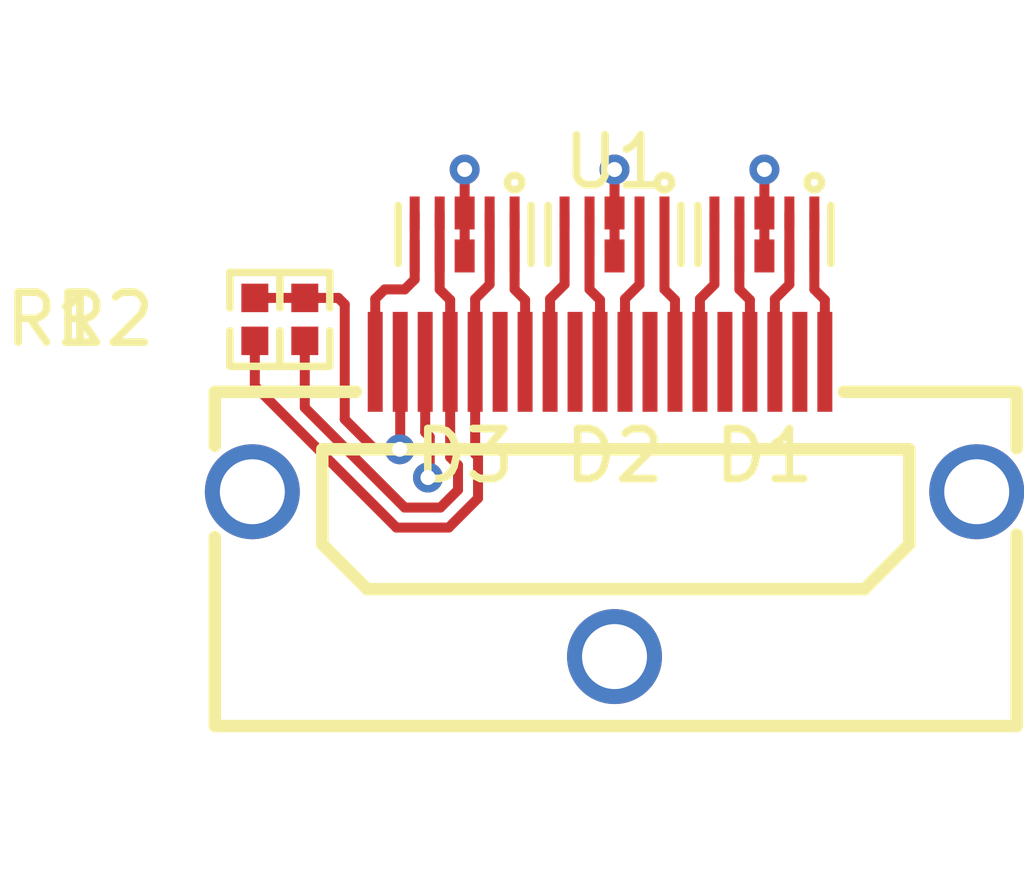
<source format=kicad_pcb>
(kicad_pcb (version 20241229) (generator "pcbnew") (generator_version "9.0")
  (layers (0 "F.Cu" signal) (2 "B.Cu" signal) (13 "F.Paste" user) (15 "B.Paste" user) (5 "F.SilkS" user "F.Silkscreen") (7 "B.SilkS" user "B.Silkscreen") (1 "F.Mask" user) (3 "B.Mask" user) (25 "Edge.Cuts" user))
  (net 0 "")
  (net 1 "gnd")
  (net 2 "ReservedN_C_")
  (net 3 "hv")
  (net 4 "TMDSData2pos")
  (net 5 "TMDSData0pos")
  (net 6 "TMDSData2neg")
  (net 7 "TMDSData0neg")
  (net 8 "TMDSData1neg")
  (net 9 "HotPlugDetect")
  (net 10 "TMDSClockpos")
  (net 11 "TMDSClockneg")
  (net 12 "TMDSData1pos")
  (net 13 "SCL")
  (net 14 "SDA")
  (net 15 "CEC")
  (footprint "Lian_Xin_Technology_XDHF_1901_0150:HDMI-SMD_XDHF-1901-0150" (layer "F.Cu") (at 10 0 0)
    (property "Reference" "U1" (at 0 -6.95 0) (layer "F.SilkS") (hide no))
    (property "Value" "")
    (fp_line (start -8 -2.35) (end -8 -1.27) (stroke (width 0.25)) (layer "F.SilkS"))
    (fp_line (start -8 0.56) (end -8 4.34) (stroke (width 0.25)) (layer "F.SilkS"))
    (fp_line (start -8 4.34) (end 8.05 4.34) (stroke (width 0.25)) (layer "F.SilkS"))
    (fp_line (start -5.85 -1.2) (end 5.9 -1.2) (stroke (width 0.25)) (layer "F.SilkS"))
    (fp_line (start -5.85 0.7) (end -5.85 -1.15) (stroke (width 0.25)) (layer "F.SilkS"))
    (fp_line (start -5.18 -2.35) (end -7.95 -2.35) (stroke (width 0.25)) (layer "F.SilkS"))
    (fp_line (start -4.95 1.6) (end -5.85 0.7) (stroke (width 0.25)) (layer "F.SilkS"))
    (fp_line (start 5 1.6) (end -4.95 1.6) (stroke (width 0.25)) (layer "F.SilkS"))
    (fp_line (start 5.9 -1.2) (end 5.9 0.7) (stroke (width 0.25)) (layer "F.SilkS"))
    (fp_line (start 5.9 0.7) (end 5 1.6) (stroke (width 0.25)) (layer "F.SilkS"))
    (fp_line (start 8.05 -2.35) (end 4.59 -2.35) (stroke (width 0.25)) (layer "F.SilkS"))
    (fp_line (start 8.05 -1.22) (end 8.05 -2.35) (stroke (width 0.25)) (layer "F.SilkS"))
    (fp_line (start 8.05 4.34) (end 8.05 0.51) (stroke (width 0.25)) (layer "F.SilkS"))
    (fp_text user "${REFERENCE}" (at 0 -6.95 0) (layer "F.SilkS"))
    (pad "1" smd rect (at 4.21 -2.95 0) (size 0.3 2) (layers "F.Cu" "F.Mask" "F.Paste") (net 4 "TMDSData2pos"))
    (pad "2" smd rect (at 3.71 -2.95 0) (size 0.3 2) (layers "F.Cu" "F.Mask" "F.Paste") (net 1 "gnd"))
    (pad "3" smd rect (at 3.21 -2.95 0) (size 0.3 2) (layers "F.Cu" "F.Mask" "F.Paste") (net 6 "TMDSData2neg"))
    (pad "4" smd rect (at 2.71 -2.95 0) (size 0.3 2) (layers "F.Cu" "F.Mask" "F.Paste") (net 12 "TMDSData1pos"))
    (pad "5" smd rect (at 2.21 -2.95 0) (size 0.3 2) (layers "F.Cu" "F.Mask" "F.Paste") (net 1 "gnd"))
    (pad "6" smd rect (at 1.71 -2.95 0) (size 0.3 2) (layers "F.Cu" "F.Mask" "F.Paste") (net 8 "TMDSData1neg"))
    (pad "7" smd rect (at 1.21 -2.95 0) (size 0.3 2) (layers "F.Cu" "F.Mask" "F.Paste") (net 5 "TMDSData0pos"))
    (pad "8" smd rect (at 0.71 -2.95 0) (size 0.3 2) (layers "F.Cu" "F.Mask" "F.Paste") (net 1 "gnd"))
    (pad "9" smd rect (at 0.21 -2.95 0) (size 0.3 2) (layers "F.Cu" "F.Mask" "F.Paste") (net 7 "TMDSData0neg"))
    (pad "10" smd rect (at -0.29 -2.95 0) (size 0.3 2) (layers "F.Cu" "F.Mask" "F.Paste") (net 10 "TMDSClockpos"))
    (pad "11" smd rect (at -0.79 -2.95 0) (size 0.3 2) (layers "F.Cu" "F.Mask" "F.Paste") (net 1 "gnd"))
    (pad "12" smd rect (at -1.29 -2.95 0) (size 0.3 2) (layers "F.Cu" "F.Mask" "F.Paste") (net 11 "TMDSClockneg"))
    (pad "13" smd rect (at -1.79 -2.95 0) (size 0.3 2) (layers "F.Cu" "F.Mask" "F.Paste") (net 15 "CEC"))
    (pad "14" smd rect (at -2.29 -2.95 0) (size 0.3 2) (layers "F.Cu" "F.Mask" "F.Paste") (net 2 "ReservedN_C_"))
    (pad "15" smd rect (at -2.79 -2.95 0) (size 0.3 2) (layers "F.Cu" "F.Mask" "F.Paste") (net 13 "SCL"))
    (pad "16" smd rect (at -3.29 -2.95 0) (size 0.3 2) (layers "F.Cu" "F.Mask" "F.Paste") (net 14 "SDA"))
    (pad "17" smd rect (at -3.79 -2.95 0) (size 0.3 2) (layers "F.Cu" "F.Mask" "F.Paste") (net 1 "gnd"))
    (pad "18" smd rect (at -4.29 -2.95 0) (size 0.3 2) (layers "F.Cu" "F.Mask" "F.Paste") (net 3 "hv"))
    (pad "19" smd rect (at -4.79 -2.95 0) (size 0.3 2) (layers "F.Cu" "F.Mask" "F.Paste") (net 9 "HotPlugDetect"))
    (pad "20" thru_hole circle (at 7.25 -0.35 180) (size 1.9 1.9) (drill 1.300023) (layers "*.Cu" "*.Mask") (net 1 "gnd"))
    (pad "21" thru_hole circle (at -7.25 -0.35 180) (size 1.9 1.9) (drill 1.300023) (layers "*.Cu" "*.Mask") (net 1 "gnd"))
    (pad "22" thru_hole circle (at 0 2.95 180) (size 1.9 1.9) (drill 1.300023) (layers "*.Cu" "*.Mask") (net 1 "gnd"))
  )
  (footprint "TECH_PUBLIC_RCLAMP0524P:DFN2510-10_L2.5-W1.0-P0.50-BL" (layer "F.Cu") (at 10 -5.5 180)
    (property "Reference" "D2" (at 0 -4.43 0) (layer "F.SilkS") (hide no))
    (property "Value" "")
    (fp_line (start 1.33 0.58) (end 1.33 -0.58) (stroke (width 0.15)) (layer "F.SilkS"))
    (fp_line (start -1.33 0.58) (end -1.33 -0.58) (stroke (width 0.15)) (layer "F.SilkS"))
    (fp_circle (center -1 1.04) (end -0.93 1.04) (stroke (width 0.15)) (fill no) (layer "F.SilkS"))
    (fp_text user "${REFERENCE}" (at 0 -4.43 0) (layer "F.SilkS"))
    (pad "1" smd rect (at -1 0.43 180) (size 0.2 0.66) (layers "F.Cu" "F.Mask" "F.Paste") (net 5 "TMDSData0pos"))
    (pad "2" smd rect (at -0.499999 0.43 180) (size 0.2 0.66) (layers "F.Cu" "F.Mask" "F.Paste") (net 7 "TMDSData0neg"))
    (pad "3" smd rect (at 0 0.43 180) (size 0.4 0.66) (layers "F.Cu" "F.Mask" "F.Paste") (net 1 "gnd"))
    (pad "4" smd rect (at 0.499999 0.43 180) (size 0.2 0.66) (layers "F.Cu" "F.Mask" "F.Paste") (net 10 "TMDSClockpos"))
    (pad "5" smd rect (at 1 0.43 180) (size 0.2 0.66) (layers "F.Cu" "F.Mask" "F.Paste") (net 11 "TMDSClockneg"))
    (pad "6" smd rect (at 1 -0.43 180) (size 0.2 0.66) (layers "F.Cu" "F.Mask" "F.Paste") (net 11 "TMDSClockneg"))
    (pad "7" smd rect (at 0.499999 -0.43 180) (size 0.2 0.66) (layers "F.Cu" "F.Mask" "F.Paste") (net 10 "TMDSClockpos"))
    (pad "8" smd rect (at 0 -0.43 180) (size 0.4 0.66) (layers "F.Cu" "F.Mask" "F.Paste") (net 1 "gnd"))
    (pad "9" smd rect (at -0.499999 -0.43 180) (size 0.2 0.66) (layers "F.Cu" "F.Mask" "F.Paste") (net 7 "TMDSData0neg"))
    (pad "10" smd rect (at -1 -0.43 180) (size 0.2 0.66) (layers "F.Cu" "F.Mask" "F.Paste") (net 5 "TMDSData0pos"))
  )
  (footprint "TECH_PUBLIC_RCLAMP0524P:DFN2510-10_L2.5-W1.0-P0.50-BL" (layer "F.Cu") (at 13 -5.5 180)
    (property "Reference" "D1" (at 0 -4.43 0) (layer "F.SilkS") (hide no))
    (property "Value" "")
    (fp_line (start 1.33 0.58) (end 1.33 -0.58) (stroke (width 0.15)) (layer "F.SilkS"))
    (fp_line (start -1.33 0.58) (end -1.33 -0.58) (stroke (width 0.15)) (layer "F.SilkS"))
    (fp_circle (center -1 1.04) (end -0.93 1.04) (stroke (width 0.15)) (fill no) (layer "F.SilkS"))
    (fp_text user "${REFERENCE}" (at 0 -4.43 0) (layer "F.SilkS"))
    (pad "1" smd rect (at -1 0.43 180) (size 0.2 0.66) (layers "F.Cu" "F.Mask" "F.Paste") (net 4 "TMDSData2pos"))
    (pad "2" smd rect (at -0.499999 0.43 180) (size 0.2 0.66) (layers "F.Cu" "F.Mask" "F.Paste") (net 6 "TMDSData2neg"))
    (pad "3" smd rect (at 0 0.43 180) (size 0.4 0.66) (layers "F.Cu" "F.Mask" "F.Paste") (net 1 "gnd"))
    (pad "4" smd rect (at 0.499999 0.43 180) (size 0.2 0.66) (layers "F.Cu" "F.Mask" "F.Paste") (net 12 "TMDSData1pos"))
    (pad "5" smd rect (at 1 0.43 180) (size 0.2 0.66) (layers "F.Cu" "F.Mask" "F.Paste") (net 8 "TMDSData1neg"))
    (pad "6" smd rect (at 1 -0.43 180) (size 0.2 0.66) (layers "F.Cu" "F.Mask" "F.Paste") (net 8 "TMDSData1neg"))
    (pad "7" smd rect (at 0.499999 -0.43 180) (size 0.2 0.66) (layers "F.Cu" "F.Mask" "F.Paste") (net 12 "TMDSData1pos"))
    (pad "8" smd rect (at 0 -0.43 180) (size 0.4 0.66) (layers "F.Cu" "F.Mask" "F.Paste") (net 1 "gnd"))
    (pad "9" smd rect (at -0.499999 -0.43 180) (size 0.2 0.66) (layers "F.Cu" "F.Mask" "F.Paste") (net 6 "TMDSData2neg"))
    (pad "10" smd rect (at -1 -0.43 180) (size 0.2 0.66) (layers "F.Cu" "F.Mask" "F.Paste") (net 4 "TMDSData2pos"))
  )
  (footprint "TECH_PUBLIC_RCLAMP0524P:DFN2510-10_L2.5-W1.0-P0.50-BL" (layer "F.Cu") (at 7 -5.5 180)
    (property "Reference" "D3" (at 0 -4.43 0) (layer "F.SilkS") (hide no))
    (property "Value" "")
    (fp_line (start 1.33 0.58) (end 1.33 -0.58) (stroke (width 0.15)) (layer "F.SilkS"))
    (fp_line (start -1.33 0.58) (end -1.33 -0.58) (stroke (width 0.15)) (layer "F.SilkS"))
    (fp_circle (center -1 1.04) (end -0.93 1.04) (stroke (width 0.15)) (fill no) (layer "F.SilkS"))
    (fp_text user "${REFERENCE}" (at 0 -4.43 0) (layer "F.SilkS"))
    (pad "1" smd rect (at -1 0.43 180) (size 0.2 0.66) (layers "F.Cu" "F.Mask" "F.Paste") (net 15 "CEC"))
    (pad "2" smd rect (at -0.499999 0.43 180) (size 0.2 0.66) (layers "F.Cu" "F.Mask" "F.Paste") (net 13 "SCL"))
    (pad "3" smd rect (at 0 0.43 180) (size 0.4 0.66) (layers "F.Cu" "F.Mask" "F.Paste") (net 1 "gnd"))
    (pad "4" smd rect (at 0.499999 0.43 180) (size 0.2 0.66) (layers "F.Cu" "F.Mask" "F.Paste") (net 14 "SDA"))
    (pad "5" smd rect (at 1 0.43 180) (size 0.2 0.66) (layers "F.Cu" "F.Mask" "F.Paste") (net 9 "HotPlugDetect"))
    (pad "6" smd rect (at 1 -0.43 180) (size 0.2 0.66) (layers "F.Cu" "F.Mask" "F.Paste") (net 9 "HotPlugDetect"))
    (pad "7" smd rect (at 0.499999 -0.43 180) (size 0.2 0.66) (layers "F.Cu" "F.Mask" "F.Paste") (net 14 "SDA"))
    (pad "8" smd rect (at 0 -0.43 180) (size 0.4 0.66) (layers "F.Cu" "F.Mask" "F.Paste") (net 1 "gnd"))
    (pad "9" smd rect (at -0.499999 -0.43 180) (size 0.2 0.66) (layers "F.Cu" "F.Mask" "F.Paste") (net 13 "SCL"))
    (pad "10" smd rect (at -1 -0.43 180) (size 0.2 0.66) (layers "F.Cu" "F.Mask" "F.Paste") (net 15 "CEC"))
  )
  (footprint "UNI_ROYAL_0402WGF1002TCE:R0402" (layer "F.Cu") (at 3.8 -3.8 90)
    (property "Reference" "R2" (at 0 -4 0) (layer "F.SilkS") (hide no))
    (property "Value" "10kΩ ±1% 62.5mW")
    (fp_line (start -0.23 0.5) (end -0.94 0.5) (stroke (width 0.15)) (layer "F.SilkS"))
    (fp_line (start -0.94 0.5) (end -0.94 -0.5) (stroke (width 0.15)) (layer "F.SilkS"))
    (fp_line (start -0.94 -0.5) (end -0.23 -0.5) (stroke (width 0.15)) (layer "F.SilkS"))
    (fp_line (start 0.23 0.5) (end 0.94 0.5) (stroke (width 0.15)) (layer "F.SilkS"))
    (fp_line (start 0.94 0.5) (end 0.94 -0.5) (stroke (width 0.15)) (layer "F.SilkS"))
    (fp_line (start 0.94 -0.5) (end 0.23 -0.5) (stroke (width 0.15)) (layer "F.SilkS"))
    (fp_text user "${REFERENCE}" (at 0 -4 0) (layer "F.SilkS"))
    (pad "2" smd rect (at 0.43 0 90) (size 0.57 0.54) (layers "F.Cu" "F.Paste" "F.Mask") (net 3 "hv"))
    (pad "1" smd rect (at -0.43 0 90) (size 0.57 0.54) (layers "F.Cu" "F.Paste" "F.Mask") (net 14 "SDA"))
  )
  (footprint "UNI_ROYAL_0402WGF1002TCE:R0402" (layer "F.Cu") (at 2.8 -3.8 90)
    (property "Reference" "R1" (at 0 -4 0) (layer "F.SilkS") (hide no))
    (property "Value" "10kΩ ±1% 62.5mW")
    (fp_line (start -0.23 0.5) (end -0.94 0.5) (stroke (width 0.15)) (layer "F.SilkS"))
    (fp_line (start -0.94 0.5) (end -0.94 -0.5) (stroke (width 0.15)) (layer "F.SilkS"))
    (fp_line (start -0.94 -0.5) (end -0.23 -0.5) (stroke (width 0.15)) (layer "F.SilkS"))
    (fp_line (start 0.23 0.5) (end 0.94 0.5) (stroke (width 0.15)) (layer "F.SilkS"))
    (fp_line (start 0.94 0.5) (end 0.94 -0.5) (stroke (width 0.15)) (layer "F.SilkS"))
    (fp_line (start 0.94 -0.5) (end 0.23 -0.5) (stroke (width 0.15)) (layer "F.SilkS"))
    (fp_text user "${REFERENCE}" (at 0 -4 0) (layer "F.SilkS"))
    (pad "2" smd rect (at 0.43 0 90) (size 0.57 0.54) (layers "F.Cu" "F.Paste" "F.Mask") (net 3 "hv"))
    (pad "1" smd rect (at -0.43 0 90) (size 0.57 0.54) (layers "F.Cu" "F.Paste" "F.Mask") (net 13 "SCL"))
  )
  (via (at 6.265687 -0.634313) (size 0.6) (drill 0.3) (layers "F.Cu" "B.Cu") (net 1))
  (via (at 7 -6.8) (size 0.6) (drill 0.3) (layers "F.Cu" "B.Cu") (net 1))
  (via (at 13 -6.8) (size 0.6) (drill 0.3) (layers "F.Cu" "B.Cu") (net 1))
  (via (at 10 -6.8) (size 0.6) (drill 0.3) (layers "F.Cu" "B.Cu") (net 1))
  (via (at 5.7 -1.2) (size 0.6) (drill 0.3) (layers "F.Cu" "B.Cu") (net 3))
  (segment (start 6.21 -2.95) (end 6.21 -1.539943) (width 0.2) (net 1) (layer "F.Cu"))
  (segment (start 6.21 -1.539943) (end 6.301 -1.448943) (width 0.2) (net 1) (layer "F.Cu"))
  (segment (start 13 -5.07) (end 13 -5.93) (width 0.2) (net 1) (layer "F.Cu"))
  (segment (start 6.301 -1.448943) (end 6.301 -0.669626) (width 0.2) (net 1) (layer "F.Cu"))
  (segment (start 7 -5.07) (end 7 -5.93) (width 0.2) (net 1) (layer "F.Cu"))
  (segment (start 10 -5.07) (end 10 -5.93) (width 0.2) (net 1) (layer "F.Cu"))
  (segment (start 6.301 -0.669626) (end 6.265687 -0.634313) (width 0.2) (net 1) (layer "F.Cu"))
  (segment (start 13 -5.93) (end 13 -6.8) (width 0.2) (net 1) (layer "F.Cu"))
  (segment (start 7 -5.93) (end 7 -6.8) (width 0.2) (net 1) (layer "F.Cu"))
  (segment (start 10 -5.93) (end 10 -6.8) (width 0.2) (net 1) (layer "F.Cu"))
  (segment (start 5.2 -1.2) (end 5.7 -1.2) (width 0.2) (net 3) (layer "F.Cu"))
  (segment (start 5.71 -1.21) (end 5.7 -1.2) (width 0.2) (net 3) (layer "F.Cu"))
  (segment (start 4.47 -4.23) (end 4.6 -4.1) (width 0.2) (net 3) (layer "F.Cu"))
  (segment (start 4.6 -1.8) (end 5.2 -1.2) (width 0.2) (net 3) (layer "F.Cu"))
  (segment (start 5.71 -2.95) (end 5.71 -1.21) (width 0.2) (net 3) (layer "F.Cu"))
  (segment (start 3.8 -4.23) (end 4.47 -4.23) (width 0.2) (net 3) (layer "F.Cu"))
  (segment (start 2.8 -4.23) (end 3.8 -4.23) (width 0.2) (net 3) (layer "F.Cu"))
  (segment (start 4.6 -4.1) (end 4.6 -1.8) (width 0.2) (net 3) (layer "F.Cu"))
  (segment (start 14.21 -4.19) (end 14 -4.4) (width 0.2) (net 4) (layer "F.Cu"))
  (segment (start 14 -4.4) (end 14 -5.07) (width 0.2) (net 4) (layer "F.Cu"))
  (segment (start 14 -5.93) (end 14 -5.07) (width 0.2) (net 4) (layer "F.Cu"))
  (segment (start 14.21 -2.95) (end 14.21 -4.19) (width 0.2) (net 4) (layer "F.Cu"))
  (segment (start 11.21 -2.95) (end 11.21 -4.19) (width 0.2) (net 5) (layer "F.Cu"))
  (segment (start 11.21 -4.19) (end 11 -4.4) (width 0.2) (net 5) (layer "F.Cu"))
  (segment (start 11 -4.4) (end 11 -5.07) (width 0.2) (net 5) (layer "F.Cu"))
  (segment (start 11 -5.07) (end 11 -5.93) (width 0.2) (net 5) (layer "F.Cu"))
  (segment (start 13.5 -4.5) (end 13.499999 -5.07) (width 0.2) (net 6) (layer "F.Cu"))
  (segment (start 13.499999 -5.93) (end 13.499999 -5.07) (width 0.2) (net 6) (layer "F.Cu"))
  (segment (start 13.21 -4.21) (end 13.5 -4.5) (width 0.2) (net 6) (layer "F.Cu"))
  (segment (start 13.21 -2.95) (end 13.21 -4.21) (width 0.2) (net 6) (layer "F.Cu"))
  (segment (start 10.499999 -5.93) (end 10.499999 -5.07) (width 0.2) (net 7) (layer "F.Cu"))
  (segment (start 10.21 -2.95) (end 10.21 -4.21) (width 0.2) (net 7) (layer "F.Cu"))
  (segment (start 10.499999 -4.499999) (end 10.499999 -5.07) (width 0.2) (net 7) (layer "F.Cu"))
  (segment (start 10.21 -4.21) (end 10.499999 -4.499999) (width 0.2) (net 7) (layer "F.Cu"))
  (segment (start 12 -5.93) (end 12 -5.07) (width 0.2) (net 8) (layer "F.Cu"))
  (segment (start 12 -4.5) (end 12 -5.07) (width 0.2) (net 8) (layer "F.Cu"))
  (segment (start 11.71 -4.21) (end 12 -4.5) (width 0.2) (net 8) (layer "F.Cu"))
  (segment (start 11.71 -2.95) (end 11.71 -4.21) (width 0.2) (net 8) (layer "F.Cu"))
  (segment (start 5.8 -4.4) (end 6 -4.6) (width 0.2) (net 9) (layer "F.Cu"))
  (segment (start 6 -5.93) (end 6 -5.07) (width 0.2) (net 9) (layer "F.Cu"))
  (segment (start 5.21 -4.21) (end 5.4 -4.4) (width 0.2) (net 9) (layer "F.Cu"))
  (segment (start 5.21 -2.95) (end 5.21 -4.21) (width 0.2) (net 9) (layer "F.Cu"))
  (segment (start 5.4 -4.4) (end 5.8 -4.4) (width 0.2) (net 9) (layer "F.Cu"))
  (segment (start 6 -4.6) (end 6 -5.07) (width 0.2) (net 9) (layer "F.Cu"))
  (segment (start 9.499 -4.401) (end 9.499 -5.07) (width 0.2) (net 10) (layer "F.Cu"))
  (segment (start 9.500001 -5.93) (end 9.500001 -5.07) (width 0.2) (net 10) (layer "F.Cu"))
  (segment (start 9.71 -4.19) (end 9.499 -4.401) (width 0.2) (net 10) (layer "F.Cu"))
  (segment (start 9.71 -2.95) (end 9.71 -4.19) (width 0.2) (net 10) (layer "F.Cu"))
  (segment (start 9 -5.93) (end 9 -5.07) (width 0.2) (net 11) (layer "F.Cu"))
  (segment (start 9 -4.5) (end 9 -5.07) (width 0.2) (net 11) (layer "F.Cu"))
  (segment (start 8.71 -2.95) (end 8.71 -4.21) (width 0.2) (net 11) (layer "F.Cu"))
  (segment (start 8.71 -4.21) (end 9 -4.5) (width 0.2) (net 11) (layer "F.Cu"))
  (segment (start 12.71 -2.95) (end 12.71 -4.19) (width 0.2) (net 12) (layer "F.Cu"))
  (segment (start 12.499 -4.401) (end 12.499 -5.07) (width 0.2) (net 12) (layer "F.Cu"))
  (segment (start 12.500001 -5.07) (end 12.500001 -5.93) (width 0.2) (net 12) (layer "F.Cu"))
  (segment (start 12.71 -4.19) (end 12.499 -4.401) (width 0.2) (net 12) (layer "F.Cu"))
  (segment (start 7.21 -2.95) (end 7.21 -4.21) (width 0.2) (net 13) (layer "F.Cu"))
  (segment (start 7.21 -2.95) (end 7.21 -1.107043) (width 0.2) (net 13) (layer "F.Cu"))
  (segment (start 2.8 -2.4658) (end 2.8 -3.37) (width 0.2) (net 13) (layer "F.Cu"))
  (segment (start 7.21 -1.107043) (end 7.267687 -1.049356) (width 0.2) (net 13) (layer "F.Cu"))
  (segment (start 7.267687 -0.21927) (end 6.68073 0.367687) (width 0.2) (net 13) (layer "F.Cu"))
  (segment (start 6.68073 0.367687) (end 5.633487 0.367687) (width 0.2) (net 13) (layer "F.Cu"))
  (segment (start 7.499999 -4.499999) (end 7.499999 -5.07) (width 0.2) (net 13) (layer "F.Cu"))
  (segment (start 5.633487 0.367687) (end 2.8 -2.4658) (width 0.2) (net 13) (layer "F.Cu"))
  (segment (start 7.267687 -1.049356) (end 7.267687 -0.21927) (width 0.2) (net 13) (layer "F.Cu"))
  (segment (start 7.21 -4.21) (end 7.499999 -4.499999) (width 0.2) (net 13) (layer "F.Cu"))
  (segment (start 7.499999 -5.93) (end 7.499999 -5.07) (width 0.2) (net 13) (layer "F.Cu"))
  (segment (start 3.8 -2.0329) (end 3.8 -3.37) (width 0.2) (net 14) (layer "F.Cu"))
  (segment (start 6.866687 -0.883256) (end 6.866687 -0.38537) (width 0.2) (net 14) (layer "F.Cu"))
  (segment (start 6.500001 -5.93) (end 6.500001 -5.07) (width 0.2) (net 14) (layer "F.Cu"))
  (segment (start 6.866687 -0.38537) (end 6.51463 -0.033313) (width 0.2) (net 14) (layer "F.Cu"))
  (segment (start 6.51463 -0.033313) (end 5.799587 -0.033313) (width 0.2) (net 14) (layer "F.Cu"))
  (segment (start 6.71 -1.039943) (end 6.866687 -0.883256) (width 0.2) (net 14) (layer "F.Cu"))
  (segment (start 5.799587 -0.033313) (end 3.8 -2.0329) (width 0.2) (net 14) (layer "F.Cu"))
  (segment (start 6.71 -2.95) (end 6.71 -1.039943) (width 0.2) (net 14) (layer "F.Cu"))
  (segment (start 6.71 -2.95) (end 6.71 -4.19) (width 0.2) (net 14) (layer "F.Cu"))
  (segment (start 6.71 -4.19) (end 6.5 -4.4) (width 0.2) (net 14) (layer "F.Cu"))
  (segment (start 6.5 -4.4) (end 6.500001 -5.07) (width 0.2) (net 14) (layer "F.Cu"))
  (segment (start 8 -5.07) (end 8 -5.93) (width 0.2) (net 15) (layer "F.Cu"))
  (segment (start 8.21 -2.95) (end 8.21 -4.19) (width 0.2) (net 15) (layer "F.Cu"))
  (segment (start 8 -4.4) (end 8 -5.07) (width 0.2) (net 15) (layer "F.Cu"))
  (segment (start 8.21 -4.19) (end 8 -4.4) (width 0.2) (net 15) (layer "F.Cu"))
)
</source>
